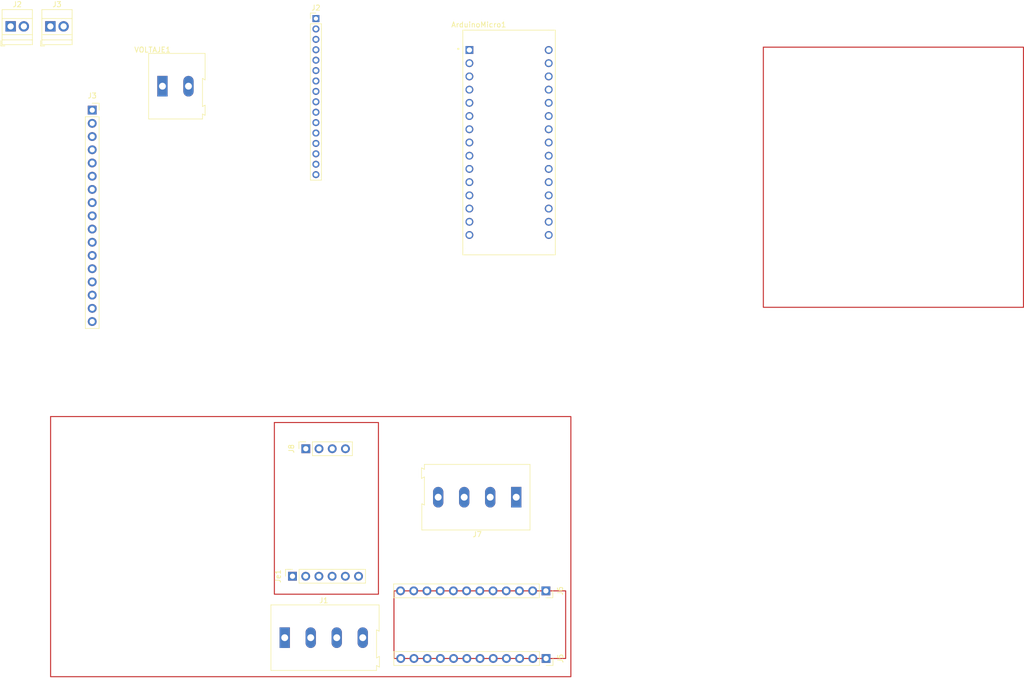
<source format=kicad_pcb>
(kicad_pcb (version 20240108) (generator "pcbnew") (generator_version "8.0")
  (layers (0 "F.Cu" signal) (31 "B.Cu" signal) (34 "B.Paste" user) (35 "F.Paste" user) (36 "B.SilkS" user "B.Silkscreen") (37 "F.SilkS" user "F.Silkscreen") (38 "B.Mask" user) (39 "F.Mask" user) (44 "Edge.Cuts" user))
  (net 0 "")
  (net 52 "Net-(J5-Pin_2)")
  (net 53 "Net-(J5-Pin_1)")
  (net 54 "Net-(J6-Pin_1)")
  (net 55 "Net-(J6-Pin_12)")
  (net 56 "Net-(J6-Pin_2)")
  (net 57 "Net-(J6-Pin_11)")
  (net 58 "Net-(J1-Pin_3)")
  (net 59 "Net-(J1-Pin_1)")
  (net 60 "Net-(J1-Pin_4)")
  (net 61 "Net-(J1-Pin_2)")
  (footprint "Connector_PinSocket_2.54mm:PinSocket_1x12_P2.54mm_Vertical" (layer "F.Cu") (at 195.2 134.5 -90)
    (property "Reference" "J6" (at 0 -2.77 90) (layer "F.SilkS"))
    (property "Value" "Conn_01x12_Pin")
    (fp_line (start -1.33 29.27) (end 1.33 29.27) (stroke (width 0.12)) (layer "F.SilkS"))
    (fp_line (start -1.33 1.27) (end -1.33 29.27) (stroke (width 0.12)) (layer "F.SilkS"))
    (fp_line (start -1.33 1.27) (end 1.33 1.27) (stroke (width 0.12)) (layer "F.SilkS"))
    (fp_line (start 1.33 1.27) (end 1.33 29.27) (stroke (width 0.12)) (layer "F.SilkS"))
    (fp_line (start 0 -1.33) (end 1.33 -1.33) (stroke (width 0.12)) (layer "F.SilkS"))
    (fp_line (start 1.33 -1.33) (end 1.33 0) (stroke (width 0.12)) (layer "F.SilkS"))
    (pad "1" thru_hole rect (at 0 0 270) (size 1.7 1.7) (drill 1) (layers "*.Cu" "*.Mask") (net 54 "Net-(J6-Pin_1)"))
    (pad "2" thru_hole oval (at 0 2.54 270) (size 1.7 1.7) (drill 1) (layers "*.Cu" "*.Mask") (net 56 "Net-(J6-Pin_2)"))
    (pad "3" thru_hole oval (at 0 5.08 270) (size 1.7 1.7) (drill 1) (layers "*.Cu" "*.Mask"))
    (pad "4" thru_hole oval (at 0 7.62 270) (size 1.7 1.7) (drill 1) (layers "*.Cu" "*.Mask"))
    (pad "5" thru_hole oval (at 0 10.16 270) (size 1.7 1.7) (drill 1) (layers "*.Cu" "*.Mask"))
    (pad "6" thru_hole oval (at 0 12.7 270) (size 1.7 1.7) (drill 1) (layers "*.Cu" "*.Mask"))
    (pad "7" thru_hole oval (at 0 15.24 270) (size 1.7 1.7) (drill 1) (layers "*.Cu" "*.Mask"))
    (pad "8" thru_hole oval (at 0 17.78 270) (size 1.7 1.7) (drill 1) (layers "*.Cu" "*.Mask"))
    (pad "9" thru_hole oval (at 0 20.32 270) (size 1.7 1.7) (drill 1) (layers "*.Cu" "*.Mask"))
    (pad "10" thru_hole oval (at 0 22.86 270) (size 1.7 1.7) (drill 1) (layers "*.Cu" "*.Mask"))
    (pad "11" thru_hole oval (at 0 25.4 270) (size 1.7 1.7) (drill 1) (layers "*.Cu" "*.Mask") (net 57 "Net-(J6-Pin_11)"))
    (pad "12" thru_hole oval (at 0 27.94 270) (size 1.7 1.7) (drill 1) (layers "*.Cu" "*.Mask") (net 55 "Net-(J6-Pin_12)"))
  )
  (footprint "TerminalBlock:TerminalBlock_Xinya_XY308-2.54-2P_1x02_P2.54mm_Horizontal" (layer "F.Cu") (at 92.32 26)
    (property "Reference" "J2" (at 1.27 -4.22 0) (layer "F.SilkS"))
    (property "Value" "Screw_Terminal_01x02")
    (fp_line (start -1.88 2.72) (end -1.88 3.76) (stroke (width 0.12)) (layer "F.SilkS"))
    (fp_line (start -1.88 3.76) (end -1.08 3.76) (stroke (width 0.12)) (layer "F.SilkS"))
    (fp_line (start -1.64 -3.22) (end -1.64 3.52) (stroke (width 0.12)) (layer "F.SilkS"))
    (fp_line (start -1.64 -3.22) (end 4.18 -3.22) (stroke (width 0.12)) (layer "F.SilkS"))
    (fp_line (start -1.64 -1.501) (end 4.18 -1.501) (stroke (width 0.12)) (layer "F.SilkS"))
    (fp_line (start -1.64 1.6) (end 4.18 1.6) (stroke (width 0.12)) (layer "F.SilkS"))
    (fp_line (start -1.64 2.6) (end 4.18 2.6) (stroke (width 0.12)) (layer "F.SilkS"))
    (fp_line (start -1.64 3.52) (end 4.18 3.52) (stroke (width 0.12)) (layer "F.SilkS"))
    (fp_line (start 4.18 -3.22) (end 4.18 3.52) (stroke (width 0.12)) (layer "F.SilkS"))
    (pad "1" thru_hole rect (at 0 0) (size 2 2) (drill 1.2) (layers "*.Cu" "*.Mask"))
    (pad "2" thru_hole circle (at 2.54 0) (size 2 2) (drill 1.2) (layers "*.Cu" "*.Mask"))
  )
  (footprint "Connector_PinSocket_2.54mm:PinSocket_1x12_P2.54mm_Vertical" (layer "F.Cu") (at 195.24 147.5 -90)
    (property "Reference" "J5" (at 0 -2.77 90) (layer "F.SilkS"))
    (property "Value" "Conn_01x12_Pin")
    (fp_line (start -1.33 29.27) (end 1.33 29.27) (stroke (width 0.12)) (layer "F.SilkS"))
    (fp_line (start -1.33 1.27) (end -1.33 29.27) (stroke (width 0.12)) (layer "F.SilkS"))
    (fp_line (start -1.33 1.27) (end 1.33 1.27) (stroke (width 0.12)) (layer "F.SilkS"))
    (fp_line (start 1.33 1.27) (end 1.33 29.27) (stroke (width 0.12)) (layer "F.SilkS"))
    (fp_line (start 0 -1.33) (end 1.33 -1.33) (stroke (width 0.12)) (layer "F.SilkS"))
    (fp_line (start 1.33 -1.33) (end 1.33 0) (stroke (width 0.12)) (layer "F.SilkS"))
    (pad "1" thru_hole rect (at 0 0 270) (size 1.7 1.7) (drill 1) (layers "*.Cu" "*.Mask") (net 53 "Net-(J5-Pin_1)"))
    (pad "2" thru_hole oval (at 0 2.54 270) (size 1.7 1.7) (drill 1) (layers "*.Cu" "*.Mask") (net 52 "Net-(J5-Pin_2)"))
    (pad "3" thru_hole oval (at 0 5.08 270) (size 1.7 1.7) (drill 1) (layers "*.Cu" "*.Mask"))
    (pad "4" thru_hole oval (at 0 7.62 270) (size 1.7 1.7) (drill 1) (layers "*.Cu" "*.Mask"))
    (pad "5" thru_hole oval (at 0 10.16 270) (size 1.7 1.7) (drill 1) (layers "*.Cu" "*.Mask"))
    (pad "6" thru_hole oval (at 0 12.7 270) (size 1.7 1.7) (drill 1) (layers "*.Cu" "*.Mask"))
    (pad "7" thru_hole oval (at 0 15.24 270) (size 1.7 1.7) (drill 1) (layers "*.Cu" "*.Mask"))
    (pad "8" thru_hole oval (at 0 17.78 270) (size 1.7 1.7) (drill 1) (layers "*.Cu" "*.Mask"))
    (pad "9" thru_hole oval (at 0 20.32 270) (size 1.7 1.7) (drill 1) (layers "*.Cu" "*.Mask"))
    (pad "10" thru_hole oval (at 0 22.86 270) (size 1.7 1.7) (drill 1) (layers "*.Cu" "*.Mask"))
    (pad "11" thru_hole oval (at 0 25.4 270) (size 1.7 1.7) (drill 1) (layers "*.Cu" "*.Mask"))
    (pad "12" thru_hole oval (at 0 27.94 270) (size 1.7 1.7) (drill 1) (layers "*.Cu" "*.Mask"))
  )
  (footprint "Connector_PinHeader_2.00mm:PinHeader_1x16_P2.00mm_Vertical" (layer "F.Cu") (at 151 24.5)
    (property "Reference" "J2" (at 0 -2.06 0) (layer "F.SilkS"))
    (property "Value" "Conn_01x16_Socket")
    (fp_line (start -1.06 -1.06) (end 0 -1.06) (stroke (width 0.12)) (layer "F.SilkS"))
    (fp_line (start -1.06 0) (end -1.06 -1.06) (stroke (width 0.12)) (layer "F.SilkS"))
    (fp_line (start -1.06 1) (end -1.06 31.06) (stroke (width 0.12)) (layer "F.SilkS"))
    (fp_line (start -1.06 1) (end 1.06 1) (stroke (width 0.12)) (layer "F.SilkS"))
    (fp_line (start -1.06 31.06) (end 1.06 31.06) (stroke (width 0.12)) (layer "F.SilkS"))
    (fp_line (start 1.06 1) (end 1.06 31.06) (stroke (width 0.12)) (layer "F.SilkS"))
    (pad "1" thru_hole rect (at 0 0) (size 1.35 1.35) (drill 0.8) (layers "*.Cu" "*.Mask"))
    (pad "2" thru_hole oval (at 0 2) (size 1.35 1.35) (drill 0.8) (layers "*.Cu" "*.Mask"))
    (pad "3" thru_hole oval (at 0 4) (size 1.35 1.35) (drill 0.8) (layers "*.Cu" "*.Mask"))
    (pad "4" thru_hole oval (at 0 6) (size 1.35 1.35) (drill 0.8) (layers "*.Cu" "*.Mask"))
    (pad "5" thru_hole oval (at 0 8) (size 1.35 1.35) (drill 0.8) (layers "*.Cu" "*.Mask"))
    (pad "6" thru_hole oval (at 0 10) (size 1.35 1.35) (drill 0.8) (layers "*.Cu" "*.Mask"))
    (pad "7" thru_hole oval (at 0 12) (size 1.35 1.35) (drill 0.8) (layers "*.Cu" "*.Mask"))
    (pad "8" thru_hole oval (at 0 14) (size 1.35 1.35) (drill 0.8) (layers "*.Cu" "*.Mask"))
    (pad "9" thru_hole oval (at 0 16) (size 1.35 1.35) (drill 0.8) (layers "*.Cu" "*.Mask"))
    (pad "10" thru_hole oval (at 0 18) (size 1.35 1.35) (drill 0.8) (layers "*.Cu" "*.Mask"))
    (pad "11" thru_hole oval (at 0 20) (size 1.35 1.35) (drill 0.8) (layers "*.Cu" "*.Mask"))
    (pad "12" thru_hole oval (at 0 22) (size 1.35 1.35) (drill 0.8) (layers "*.Cu" "*.Mask"))
    (pad "13" thru_hole oval (at 0 24) (size 1.35 1.35) (drill 0.8) (layers "*.Cu" "*.Mask"))
    (pad "14" thru_hole oval (at 0 26) (size 1.35 1.35) (drill 0.8) (layers "*.Cu" "*.Mask"))
    (pad "15" thru_hole oval (at 0 28) (size 1.35 1.35) (drill 0.8) (layers "*.Cu" "*.Mask"))
    (pad "16" thru_hole oval (at 0 30) (size 1.35 1.35) (drill 0.8) (layers "*.Cu" "*.Mask"))
  )
  (footprint "Connector_PinSocket_2.54mm:PinSocket_1x17_P2.54mm_Vertical" (layer "F.Cu") (at 108 42.1)
    (property "Reference" "J3" (at 0 -2.77 0) (layer "F.SilkS"))
    (property "Value" "Conn_01x17_Pin")
    (fp_line (start -1.33 1.27) (end -1.33 41.97) (stroke (width 0.12)) (layer "F.SilkS"))
    (fp_line (start -1.33 1.27) (end 1.33 1.27) (stroke (width 0.12)) (layer "F.SilkS"))
    (fp_line (start -1.33 41.97) (end 1.33 41.97) (stroke (width 0.12)) (layer "F.SilkS"))
    (fp_line (start 0 -1.33) (end 1.33 -1.33) (stroke (width 0.12)) (layer "F.SilkS"))
    (fp_line (start 1.33 -1.33) (end 1.33 0) (stroke (width 0.12)) (layer "F.SilkS"))
    (fp_line (start 1.33 1.27) (end 1.33 41.97) (stroke (width 0.12)) (layer "F.SilkS"))
    (pad "1" thru_hole rect (at 0 0) (size 1.7 1.7) (drill 1) (layers "*.Cu" "*.Mask"))
    (pad "2" thru_hole oval (at 0 2.54) (size 1.7 1.7) (drill 1) (layers "*.Cu" "*.Mask"))
    (pad "3" thru_hole oval (at 0 5.08) (size 1.7 1.7) (drill 1) (layers "*.Cu" "*.Mask"))
    (pad "4" thru_hole oval (at 0 7.62) (size 1.7 1.7) (drill 1) (layers "*.Cu" "*.Mask"))
    (pad "5" thru_hole oval (at 0 10.16) (size 1.7 1.7) (drill 1) (layers "*.Cu" "*.Mask"))
    (pad "6" thru_hole oval (at 0 12.7) (size 1.7 1.7) (drill 1) (layers "*.Cu" "*.Mask"))
    (pad "7" thru_hole oval (at 0 15.24) (size 1.7 1.7) (drill 1) (layers "*.Cu" "*.Mask"))
    (pad "8" thru_hole oval (at 0 17.78) (size 1.7 1.7) (drill 1) (layers "*.Cu" "*.Mask"))
    (pad "9" thru_hole oval (at 0 20.32) (size 1.7 1.7) (drill 1) (layers "*.Cu" "*.Mask"))
    (pad "10" thru_hole oval (at 0 22.86) (size 1.7 1.7) (drill 1) (layers "*.Cu" "*.Mask"))
    (pad "11" thru_hole oval (at 0 25.4) (size 1.7 1.7) (drill 1) (layers "*.Cu" "*.Mask"))
    (pad "12" thru_hole oval (at 0 27.94) (size 1.7 1.7) (drill 1) (layers "*.Cu" "*.Mask"))
    (pad "13" thru_hole oval (at 0 30.48) (size 1.7 1.7) (drill 1) (layers "*.Cu" "*.Mask"))
    (pad "14" thru_hole oval (at 0 33.02) (size 1.7 1.7) (drill 1) (layers "*.Cu" "*.Mask"))
    (pad "15" thru_hole oval (at 0 35.56) (size 1.7 1.7) (drill 1) (layers "*.Cu" "*.Mask"))
    (pad "16" thru_hole oval (at 0 38.1) (size 1.7 1.7) (drill 1) (layers "*.Cu" "*.Mask"))
    (pad "17" thru_hole oval (at 0 40.64) (size 1.7 1.7) (drill 1) (layers "*.Cu" "*.Mask"))
  )
  (footprint "TerminalBlock:TerminalBlock_Altech_AK300-4_P5.00mm" (layer "F.Cu") (at 145 143.5)
    (property "Reference" "J1" (at 7.5 -7.15 360) (layer "F.SilkS"))
    (property "Value" "Screw_Terminal_01x04")
    (fp_line (start -2.65 -6.3) (end 18.15 -6.3) (stroke (width 0.12)) (layer "F.SilkS"))
    (fp_line (start -2.65 6.3) (end -2.65 -6.3) (stroke (width 0.12)) (layer "F.SilkS"))
    (fp_line (start 17.65 -1.5) (end 17.65 3.9) (stroke (width 0.12)) (layer "F.SilkS"))
    (fp_line (start 17.65 3.9) (end 18.2 3.6) (stroke (width 0.12)) (layer "F.SilkS"))
    (fp_line (start 17.65 5.35) (end 17.65 6.3) (stroke (width 0.12)) (layer "F.SilkS"))
    (fp_line (start 17.65 6.3) (end -2.65 6.3) (stroke (width 0.12)) (layer "F.SilkS"))
    (fp_line (start 18.15 -6.3) (end 18.15 -1.25) (stroke (width 0.12)) (layer "F.SilkS"))
    (fp_line (start 18.15 -1.25) (end 17.65 -1.5) (stroke (width 0.12)) (layer "F.SilkS"))
    (fp_line (start 18.2 3.6) (end 18.2 5.65) (stroke (width 0.12)) (layer "F.SilkS"))
    (fp_line (start 18.2 5.65) (end 17.65 5.35) (stroke (width 0.12)) (layer "F.SilkS"))
    (pad "1" thru_hole rect (at 0 0) (size 1.98 3.96) (drill 1.32) (layers "*.Cu" "*.Mask") (net 59 "Net-(J1-Pin_1)"))
    (pad "2" thru_hole oval (at 5 0) (size 1.98 3.96) (drill 1.32) (layers "*.Cu" "*.Mask") (net 61 "Net-(J1-Pin_2)"))
    (pad "3" thru_hole oval (at 10 0) (size 1.98 3.96) (drill 1.32) (layers "*.Cu" "*.Mask") (net 58 "Net-(J1-Pin_3)"))
    (pad "4" thru_hole oval (at 15 0) (size 1.98 3.96) (drill 1.32) (layers "*.Cu" "*.Mask") (net 60 "Net-(J1-Pin_4)"))
  )
  (footprint "TerminalBlock:TerminalBlock_Altech_AK300-4_P5.00mm" (layer "F.Cu") (at 189.5 116.5 180)
    (property "Reference" "J7" (at 7.5 -7.15 360) (layer "F.SilkS"))
    (property "Value" "Screw_Terminal_01x04")
    (fp_line (start 18.2 5.65) (end 17.65 5.35) (stroke (width 0.12)) (layer "F.SilkS"))
    (fp_line (start 18.2 3.6) (end 18.2 5.65) (stroke (width 0.12)) (layer "F.SilkS"))
    (fp_line (start 18.15 -1.25) (end 17.65 -1.5) (stroke (width 0.12)) (layer "F.SilkS"))
    (fp_line (start 18.15 -6.3) (end 18.15 -1.25) (stroke (width 0.12)) (layer "F.SilkS"))
    (fp_line (start 17.65 6.3) (end -2.65 6.3) (stroke (width 0.12)) (layer "F.SilkS"))
    (fp_line (start 17.65 5.35) (end 17.65 6.3) (stroke (width 0.12)) (layer "F.SilkS"))
    (fp_line (start 17.65 3.9) (end 18.2 3.6) (stroke (width 0.12)) (layer "F.SilkS"))
    (fp_line (start 17.65 -1.5) (end 17.65 3.9) (stroke (width 0.12)) (layer "F.SilkS"))
    (fp_line (start -2.65 6.3) (end -2.65 -6.3) (stroke (width 0.12)) (layer "F.SilkS"))
    (fp_line (start -2.65 -6.3) (end 18.15 -6.3) (stroke (width 0.12)) (layer "F.SilkS"))
    (pad "1" thru_hole rect (at 0 0 180) (size 1.98 3.96) (drill 1.32) (layers "*.Cu" "*.Mask") (net 53 "Net-(J5-Pin_1)"))
    (pad "2" thru_hole oval (at 5 0 180) (size 1.98 3.96) (drill 1.32) (layers "*.Cu" "*.Mask") (net 52 "Net-(J5-Pin_2)"))
    (pad "3" thru_hole oval (at 10 0 180) (size 1.98 3.96) (drill 1.32) (layers "*.Cu" "*.Mask") (net 54 "Net-(J6-Pin_1)"))
    (pad "4" thru_hole oval (at 15 0 180) (size 1.98 3.96) (drill 1.32) (layers "*.Cu" "*.Mask") (net 56 "Net-(J6-Pin_2)"))
  )
  (footprint "TerminalBlock:TerminalBlock_Altech_AK300-2_P5.00mm" (layer "F.Cu") (at 121.5 37.5)
    (property "Reference" "VOLTAJE1" (at -1.92 -6.99 0) (layer "F.SilkS"))
    (property "Value" "Screw_Terminal_01x02")
    (fp_line (start -2.65 -6.3) (end -2.65 6.3) (stroke (width 0.12)) (layer "F.SilkS"))
    (fp_line (start -2.65 6.3) (end 7.7 6.3) (stroke (width 0.12)) (layer "F.SilkS"))
    (fp_line (start 7.7 -1.5) (end 8.2 -1.2) (stroke (width 0.12)) (layer "F.SilkS"))
    (fp_line (start 7.7 3.9) (end 7.7 -1.5) (stroke (width 0.12)) (layer "F.SilkS"))
    (fp_line (start 7.7 5.35) (end 8.2 5.6) (stroke (width 0.12)) (layer "F.SilkS"))
    (fp_line (start 7.7 6.3) (end 7.7 5.35) (stroke (width 0.12)) (layer "F.SilkS"))
    (fp_line (start 8.2 -6.3) (end -2.65 -6.3) (stroke (width 0.12)) (layer "F.SilkS"))
    (fp_line (start 8.2 -1.2) (end 8.2 -6.3) (stroke (width 0.12)) (layer "F.SilkS"))
    (fp_line (start 8.2 3.65) (end 7.7 3.9) (stroke (width 0.12)) (layer "F.SilkS"))
    (fp_line (start 8.2 3.7) (end 8.2 3.65) (stroke (width 0.12)) (layer "F.SilkS"))
    (fp_line (start 8.2 5.6) (end 8.2 3.7) (stroke (width 0.12)) (layer "F.SilkS"))
    (pad "1" thru_hole rect (at 0 0) (size 1.98 3.96) (drill 1.32) (layers "*.Cu" "*.Mask"))
    (pad "2" thru_hole oval (at 5 0) (size 1.98 3.96) (drill 1.32) (layers "*.Cu" "*.Mask"))
  )
  (footprint "A000005:MODULE_A000005" (layer "F.Cu") (at 188.12 48.32)
    (property "Reference" "ArduinoMicro1" (at -5.825 -22.635 0) (layer "F.SilkS"))
    (property "Value" "A000005")
    (fp_line (start -8.89 -21.59) (end 8.89 -21.59) (stroke (width 0.127)) (layer "F.SilkS"))
    (fp_line (start -8.89 21.59) (end -8.89 -21.59) (stroke (width 0.127)) (layer "F.SilkS"))
    (fp_line (start 8.89 -21.59) (end 8.89 21.59) (stroke (width 0.127)) (layer "F.SilkS"))
    (fp_line (start 8.89 21.59) (end -8.89 21.59) (stroke (width 0.127)) (layer "F.SilkS"))
    (fp_circle (center -9.75 -18) (end -9.65 -18) (stroke (width 0.2)) (fill none) (layer "F.SilkS"))
    (pad "" np_thru_hole circle (at -7.62 -20.32) (size 1.651 1.651) (drill 1.651) (layers "*.Cu" "*.Mask"))
    (pad "" np_thru_hole circle (at -7.62 20.32) (size 1.651 1.651) (drill 1.651) (layers "*.Cu" "*.Mask"))
    (pad "" np_thru_hole circle (at 7.62 -20.32) (size 1.651 1.651) (drill 1.651) (layers "*.Cu" "*.Mask"))
    (pad "" np_thru_hole circle (at 7.62 20.32) (size 1.651 1.651) (drill 1.651) (layers "*.Cu" "*.Mask"))
    (pad "1" thru_hole rect (at -7.62 -17.78) (size 1.508 1.508) (drill 1) (layers "*.Cu" "*.Mask"))
    (pad "2" thru_hole circle (at -7.62 -15.24) (size 1.508 1.508) (drill 1) (layers "*.Cu" "*.Mask"))
    (pad "3" thru_hole circle (at -7.62 -12.7) (size 1.508 1.508) (drill 1) (layers "*.Cu" "*.Mask"))
    (pad "4" thru_hole circle (at -7.62 -10.16) (size 1.508 1.508) (drill 1) (layers "*.Cu" "*.Mask"))
    (pad "5" thru_hole circle (at -7.62 -7.62) (size 1.508 1.508) (drill 1) (layers "*.Cu" "*.Mask"))
    (pad "6" thru_hole circle (at -7.62 -5.08) (size 1.508 1.508) (drill 1) (layers "*.Cu" "*.Mask"))
    (pad "7" thru_hole circle (at -7.62 -2.54) (size 1.508 1.508) (drill 1) (layers "*.Cu" "*.Mask"))
    (pad "8" thru_hole circle (at -7.62 0) (size 1.508 1.508) (drill 1) (layers "*.Cu" "*.Mask"))
    (pad "9" thru_hole circle (at -7.62 2.54) (size 1.508 1.508) (drill 1) (layers "*.Cu" "*.Mask"))
    (pad "10" thru_hole circle (at -7.62 5.08) (size 1.508 1.508) (drill 1) (layers "*.Cu" "*.Mask"))
    (pad "11" thru_hole circle (at -7.62 7.62) (size 1.508 1.508) (drill 1) (layers "*.Cu" "*.Mask"))
    (pad "12" thru_hole circle (at -7.62 10.16) (size 1.508 1.508) (drill 1) (layers "*.Cu" "*.Mask"))
    (pad "13" thru_hole circle (at -7.62 12.7) (size 1.508 1.508) (drill 1) (layers "*.Cu" "*.Mask"))
    (pad "14" thru_hole circle (at -7.62 15.24) (size 1.508 1.508) (drill 1) (layers "*.Cu" "*.Mask"))
    (pad "15" thru_hole circle (at -7.62 17.78) (size 1.508 1.508) (drill 1) (layers "*.Cu" "*.Mask"))
    (pad "16" thru_hole circle (at 7.62 17.78) (size 1.508 1.508) (drill 1) (layers "*.Cu" "*.Mask"))
    (pad "17" thru_hole circle (at 7.62 15.24) (size 1.508 1.508) (drill 1) (layers "*.Cu" "*.Mask"))
    (pad "18" thru_hole circle (at 7.62 12.7) (size 1.508 1.508) (drill 1) (layers "*.Cu" "*.Mask"))
    (pad "19" thru_hole circle (at 7.62 10.16) (size 1.508 1.508) (drill 1) (layers "*.Cu" "*.Mask"))
    (pad "20" thru_hole circle (at 7.62 7.62) (size 1.508 1.508) (drill 1) (layers "*.Cu" "*.Mask"))
    (pad "21" thru_hole circle (at 7.62 5.08) (size 1.508 1.508) (drill 1) (layers "*.Cu" "*.Mask"))
    (pad "22" thru_hole circle (at 7.62 2.54) (size 1.508 1.508) (drill 1) (layers "*.Cu" "*.Mask"))
    (pad "23" thru_hole circle (at 7.62 0) (size 1.508 1.508) (drill 1) (layers "*.Cu" "*.Mask"))
    (pad "24" thru_hole circle (at 7.62 -2.54) (size 1.508 1.508) (drill 1) (layers "*.Cu" "*.Mask"))
    (pad "25" thru_hole circle (at 7.62 -5.08) (size 1.508 1.508) (drill 1) (layers "*.Cu" "*.Mask"))
    (pad "26" thru_hole circle (at 7.62 -7.62) (size 1.508 1.508) (drill 1) (layers "*.Cu" "*.Mask"))
    (pad "27" thru_hole circle (at 7.62 -10.16) (size 1.508 1.508) (drill 1) (layers "*.Cu" "*.Mask"))
    (pad "28" thru_hole circle (at 7.62 -12.7) (size 1.508 1.508) (drill 1) (layers "*.Cu" "*.Mask"))
    (pad "29" thru_hole circle (at 7.62 -15.24) (size 1.508 1.508) (drill 1) (layers "*.Cu" "*.Mask"))
    (pad "30" thru_hole circle (at 7.62 -17.78) (size 1.508 1.508) (drill 1) (layers "*.Cu" "*.Mask"))
  )
  (footprint "Connector_PinSocket_2.54mm:PinSocket_1x04_P2.54mm_Vertical" (layer "F.Cu") (at 149.055857 107.184399 90)
    (property "Reference" "J8" (at 0 -2.77 90) (layer "F.SilkS"))
    (property "Value" "Conn_01x04_Pin")
    (fp_line (start 1.33 -1.33) (end 1.33 0) (stroke (width 0.12)) (layer "F.SilkS"))
    (fp_line (start 0 -1.33) (end 1.33 -1.33) (stroke (width 0.12)) (layer "F.SilkS"))
    (fp_line (start 1.33 1.27) (end 1.33 8.95) (stroke (width 0.12)) (layer "F.SilkS"))
    (fp_line (start -1.33 1.27) (end 1.33 1.27) (stroke (width 0.12)) (layer "F.SilkS"))
    (fp_line (start -1.33 1.27) (end -1.33 8.95) (stroke (width 0.12)) (layer "F.SilkS"))
    (fp_line (start -1.33 8.95) (end 1.33 8.95) (stroke (width 0.12)) (layer "F.SilkS"))
    (pad "1" thru_hole rect (at 0 0 90) (size 1.7 1.7) (drill 1) (layers "*.Cu" "*.Mask") (net 56 "Net-(J6-Pin_2)"))
    (pad "2" thru_hole oval (at 0 2.54 90) (size 1.7 1.7) (drill 1) (layers "*.Cu" "*.Mask") (net 55 "Net-(J6-Pin_12)"))
    (pad "3" thru_hole oval (at 0 5.08 90) (size 1.7 1.7) (drill 1) (layers "*.Cu" "*.Mask") (net 57 "Net-(J6-Pin_11)"))
    (pad "4" thru_hole oval (at 0 7.62 90) (size 1.7 1.7) (drill 1) (layers "*.Cu" "*.Mask") (net 54 "Net-(J6-Pin_1)"))
  )
  (footprint "TerminalBlock:TerminalBlock_Xinya_XY308-2.54-2P_1x02_P2.54mm_Horizontal" (layer "F.Cu") (at 99.96 26)
    (property "Reference" "J3" (at 1.27 -4.22 0) (layer "F.SilkS"))
    (property "Value" "Screw_Terminal_01x02")
    (fp_line (start -1.88 2.72) (end -1.88 3.76) (stroke (width 0.12)) (layer "F.SilkS"))
    (fp_line (start -1.88 3.76) (end -1.08 3.76) (stroke (width 0.12)) (layer "F.SilkS"))
    (fp_line (start -1.64 -3.22) (end -1.64 3.52) (stroke (width 0.12)) (layer "F.SilkS"))
    (fp_line (start -1.64 -3.22) (end 4.18 -3.22) (stroke (width 0.12)) (layer "F.SilkS"))
    (fp_line (start -1.64 -1.501) (end 4.18 -1.501) (stroke (width 0.12)) (layer "F.SilkS"))
    (fp_line (start -1.64 1.6) (end 4.18 1.6) (stroke (width 0.12)) (layer "F.SilkS"))
    (fp_line (start -1.64 2.6) (end 4.18 2.6) (stroke (width 0.12)) (layer "F.SilkS"))
    (fp_line (start -1.64 3.52) (end 4.18 3.52) (stroke (width 0.12)) (layer "F.SilkS"))
    (fp_line (start 4.18 -3.22) (end 4.18 3.52) (stroke (width 0.12)) (layer "F.SilkS"))
    (pad "1" thru_hole rect (at 0 0) (size 2 2) (drill 1.2) (layers "*.Cu" "*.Mask"))
    (pad "2" thru_hole circle (at 2.54 0) (size 2 2) (drill 1.2) (layers "*.Cu" "*.Mask"))
  )
  (footprint "Connector_PinSocket_2.54mm:PinSocket_1x06_P2.54mm_Vertical" (layer "F.Cu") (at 146.492376 131.693107 90)
    (property "Reference" "Je1" (at 0 -2.77 90) (layer "F.SilkS"))
    (property "Value" "Conn_01x06_Pin")
    (fp_line (start 1.33 -1.33) (end 1.33 0) (stroke (width 0.12)) (layer "F.SilkS"))
    (fp_line (start 0 -1.33) (end 1.33 -1.33) (stroke (width 0.12)) (layer "F.SilkS"))
    (fp_line (start 1.33 1.27) (end 1.33 14.03) (stroke (width 0.12)) (layer "F.SilkS"))
    (fp_line (start -1.33 1.27) (end 1.33 1.27) (stroke (width 0.12)) (layer "F.SilkS"))
    (fp_line (start -1.33 1.27) (end -1.33 14.03) (stroke (width 0.12)) (layer "F.SilkS"))
    (fp_line (start -1.33 14.03) (end 1.33 14.03) (stroke (width 0.12)) (layer "F.SilkS"))
    (pad "1" thru_hole rect (at 0 0 90) (size 1.7 1.7) (drill 1) (layers "*.Cu" "*.Mask"))
    (pad "2" thru_hole oval (at 0 2.54 90) (size 1.7 1.7) (drill 1) (layers "*.Cu" "*.Mask"))
    (pad "3" thru_hole oval (at 0 5.08 90) (size 1.7 1.7) (drill 1) (layers "*.Cu" "*.Mask") (net 59 "Net-(J1-Pin_1)"))
    (pad "4" thru_hole oval (at 0 7.62 90) (size 1.7 1.7) (drill 1) (layers "*.Cu" "*.Mask") (net 61 "Net-(J1-Pin_2)"))
    (pad "5" thru_hole oval (at 0 10.16 90) (size 1.7 1.7) (drill 1) (layers "*.Cu" "*.Mask") (net 58 "Net-(J1-Pin_3)"))
    (pad "6" thru_hole oval (at 0 12.7 90) (size 1.7 1.7) (drill 1) (layers "*.Cu" "*.Mask") (net 60 "Net-(J1-Pin_4)"))
  )
  (gr_rect (start 143.013309 102.144794) (end 163.013309 135.144794) (stroke (width 0.2)) (fill none) (layer "F.Cu"))
  (gr_rect (start 199 134.5) (end 166 147.5) (stroke (width 0.2)) (fill none) (layer "F.Cu"))
  (gr_rect (start 237 30) (end 287 80) (stroke (width 0.2)) (fill none) (layer "F.Cu"))
  (gr_rect (start 100 101) (end 200 151) (stroke (width 0.2)) (fill none) (layer "F.Cu"))
)
</source>
